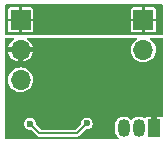
<source format=gbr>
%TF.GenerationSoftware,KiCad,Pcbnew,8.0.8*%
%TF.CreationDate,2025-02-15T21:23:54+01:00*%
%TF.ProjectId,universal_fan_ctrl,756e6976-6572-4736-916c-5f66616e5f63,rev?*%
%TF.SameCoordinates,Original*%
%TF.FileFunction,Copper,L2,Bot*%
%TF.FilePolarity,Positive*%
%FSLAX46Y46*%
G04 Gerber Fmt 4.6, Leading zero omitted, Abs format (unit mm)*
G04 Created by KiCad (PCBNEW 8.0.8) date 2025-02-15 21:23:54*
%MOMM*%
%LPD*%
G01*
G04 APERTURE LIST*
%TA.AperFunction,ComponentPad*%
%ADD10R,1.700000X1.700000*%
%TD*%
%TA.AperFunction,ComponentPad*%
%ADD11O,1.700000X1.700000*%
%TD*%
%TA.AperFunction,ComponentPad*%
%ADD12R,1.050000X1.500000*%
%TD*%
%TA.AperFunction,ComponentPad*%
%ADD13O,1.050000X1.500000*%
%TD*%
%TA.AperFunction,ViaPad*%
%ADD14C,0.600000*%
%TD*%
%TA.AperFunction,Conductor*%
%ADD15C,0.200000*%
%TD*%
%TA.AperFunction,Conductor*%
%ADD16C,0.500000*%
%TD*%
G04 APERTURE END LIST*
D10*
%TO.P,J1,1,Pin_1*%
%TO.N,Net-(D2-K)*%
X141400000Y-66400000D03*
D11*
%TO.P,J1,2,Pin_2*%
%TO.N,GND*%
X141400000Y-68940000D03*
%TO.P,J1,3,Pin_3*%
%TO.N,/UPDI{slash}~{RESET}*%
X141400000Y-71479999D03*
%TD*%
D12*
%TO.P,U3,1,GND*%
%TO.N,GND*%
X152670001Y-75540001D03*
D13*
%TO.P,U3,2,DQ*%
%TO.N,/TEMP_SENS*%
X151400000Y-75540001D03*
%TO.P,U3,3,V_{DD}*%
%TO.N,+3.3V*%
X150130001Y-75540001D03*
%TD*%
D10*
%TO.P,J2,1,Pin_1*%
%TO.N,Net-(D2-K)*%
X151800000Y-66400000D03*
D11*
%TO.P,J2,2,Pin_2*%
%TO.N,Net-(D2-A)*%
X151800000Y-68940000D03*
%TD*%
D14*
%TO.N,GND*%
X145500000Y-75100000D03*
%TO.N,+3.3V*%
X142200000Y-75200000D03*
X147000000Y-75175000D03*
%TO.N,GND*%
X142600000Y-72800000D03*
%TD*%
D15*
%TO.N,+3.3V*%
X142200000Y-75200000D02*
X143000000Y-76000000D01*
X143000000Y-76000000D02*
X146175000Y-76000000D01*
X146175000Y-76000000D02*
X147000000Y-75175000D01*
D16*
%TO.N,GND*%
X152670001Y-75540001D02*
X152670001Y-74070001D01*
D15*
%TO.N,+3.3V*%
X149790000Y-75200000D02*
X150130001Y-75540001D01*
%TD*%
%TA.AperFunction,Conductor*%
%TO.N,GND*%
G36*
X140786921Y-67924407D02*
G01*
X140822885Y-67973907D01*
X140822885Y-68035093D01*
X140791535Y-68081028D01*
X140653949Y-68193940D01*
X140653940Y-68193949D01*
X140522731Y-68353829D01*
X140522724Y-68353839D01*
X140425234Y-68536232D01*
X140425232Y-68536237D01*
X140365194Y-68734155D01*
X140365192Y-68734165D01*
X140364617Y-68740000D01*
X140938120Y-68740000D01*
X140934075Y-68747007D01*
X140900000Y-68874174D01*
X140900000Y-69005826D01*
X140934075Y-69132993D01*
X140938120Y-69140000D01*
X140364617Y-69140000D01*
X140365192Y-69145834D01*
X140365194Y-69145844D01*
X140425232Y-69343762D01*
X140425234Y-69343767D01*
X140522724Y-69526160D01*
X140522731Y-69526170D01*
X140653940Y-69686050D01*
X140653949Y-69686059D01*
X140813829Y-69817268D01*
X140813839Y-69817275D01*
X140996232Y-69914765D01*
X140996237Y-69914767D01*
X141194158Y-69974806D01*
X141194160Y-69974807D01*
X141200000Y-69975381D01*
X141200000Y-69401879D01*
X141207007Y-69405925D01*
X141334174Y-69440000D01*
X141465826Y-69440000D01*
X141592993Y-69405925D01*
X141600000Y-69401879D01*
X141600000Y-69975381D01*
X141605839Y-69974807D01*
X141605841Y-69974806D01*
X141803762Y-69914767D01*
X141803767Y-69914765D01*
X141986160Y-69817275D01*
X141986170Y-69817268D01*
X142146050Y-69686059D01*
X142146059Y-69686050D01*
X142277268Y-69526170D01*
X142277275Y-69526160D01*
X142374765Y-69343767D01*
X142374767Y-69343762D01*
X142434805Y-69145844D01*
X142434807Y-69145834D01*
X142435383Y-69140000D01*
X141861880Y-69140000D01*
X141865925Y-69132993D01*
X141900000Y-69005826D01*
X141900000Y-68874174D01*
X141865925Y-68747007D01*
X141861880Y-68740000D01*
X142435382Y-68740000D01*
X142434807Y-68734165D01*
X142434805Y-68734155D01*
X142374767Y-68536237D01*
X142374765Y-68536232D01*
X142277275Y-68353839D01*
X142277268Y-68353829D01*
X142146059Y-68193949D01*
X142146050Y-68193940D01*
X142008465Y-68081028D01*
X141975478Y-68029497D01*
X141979080Y-67968418D01*
X142017895Y-67921121D01*
X142071270Y-67905500D01*
X151127943Y-67905500D01*
X151186134Y-67924407D01*
X151222098Y-67973907D01*
X151222098Y-68035093D01*
X151190748Y-68081028D01*
X151053595Y-68193585D01*
X151053585Y-68193595D01*
X150922316Y-68353547D01*
X150824768Y-68536045D01*
X150764699Y-68734065D01*
X150764698Y-68734070D01*
X150744417Y-68939996D01*
X150744417Y-68940003D01*
X150764698Y-69145929D01*
X150764699Y-69145934D01*
X150824768Y-69343954D01*
X150922316Y-69526452D01*
X151053302Y-69686059D01*
X151053590Y-69686410D01*
X151053595Y-69686414D01*
X151213547Y-69817683D01*
X151213548Y-69817683D01*
X151213550Y-69817685D01*
X151396046Y-69915232D01*
X151533997Y-69957078D01*
X151594065Y-69975300D01*
X151594070Y-69975301D01*
X151799997Y-69995583D01*
X151800000Y-69995583D01*
X151800003Y-69995583D01*
X152005929Y-69975301D01*
X152005934Y-69975300D01*
X152007559Y-69974807D01*
X152203954Y-69915232D01*
X152386450Y-69817685D01*
X152546410Y-69686410D01*
X152677685Y-69526450D01*
X152775232Y-69343954D01*
X152835300Y-69145934D01*
X152835301Y-69145929D01*
X152855583Y-68940003D01*
X152855583Y-68939996D01*
X152835301Y-68734070D01*
X152835300Y-68734065D01*
X152776401Y-68539901D01*
X152775232Y-68536046D01*
X152677685Y-68353550D01*
X152546410Y-68193590D01*
X152409252Y-68081028D01*
X152376265Y-68029497D01*
X152379867Y-67968418D01*
X152418682Y-67921121D01*
X152472057Y-67905500D01*
X153400500Y-67905500D01*
X153458691Y-67924407D01*
X153494655Y-67973907D01*
X153499500Y-68004500D01*
X153499500Y-74567706D01*
X153480593Y-74625897D01*
X153431093Y-74661861D01*
X153369907Y-74661861D01*
X153345499Y-74650022D01*
X153273036Y-74601604D01*
X153273037Y-74601604D01*
X153214701Y-74590001D01*
X152870002Y-74590001D01*
X152870001Y-74590002D01*
X152870001Y-75222458D01*
X152814746Y-75190557D01*
X152719371Y-75165001D01*
X152620631Y-75165001D01*
X152525256Y-75190557D01*
X152470001Y-75222458D01*
X152470001Y-74590002D01*
X152470000Y-74590001D01*
X152125300Y-74590001D01*
X152066964Y-74601604D01*
X152000811Y-74645807D01*
X152000806Y-74645812D01*
X151964304Y-74700441D01*
X151916253Y-74738320D01*
X151855115Y-74740722D01*
X151826987Y-74727754D01*
X151743660Y-74672075D01*
X151743648Y-74672069D01*
X151611620Y-74617382D01*
X151471457Y-74589501D01*
X151471455Y-74589501D01*
X151328545Y-74589501D01*
X151328542Y-74589501D01*
X151188380Y-74617382D01*
X151188378Y-74617382D01*
X151056351Y-74672069D01*
X151056340Y-74672075D01*
X150937521Y-74751469D01*
X150937511Y-74751477D01*
X150835003Y-74853985D01*
X150780487Y-74881762D01*
X150720055Y-74872190D01*
X150694996Y-74853985D01*
X150592483Y-74751472D01*
X150592480Y-74751469D01*
X150537969Y-74715046D01*
X150473660Y-74672075D01*
X150473649Y-74672069D01*
X150341621Y-74617382D01*
X150201458Y-74589501D01*
X150201456Y-74589501D01*
X150058546Y-74589501D01*
X150058543Y-74589501D01*
X149918381Y-74617382D01*
X149918379Y-74617382D01*
X149786352Y-74672069D01*
X149786341Y-74672075D01*
X149667522Y-74751469D01*
X149667518Y-74751472D01*
X149566472Y-74852518D01*
X149566469Y-74852522D01*
X149487075Y-74971341D01*
X149487069Y-74971352D01*
X149432382Y-75103379D01*
X149432382Y-75103381D01*
X149404501Y-75243543D01*
X149404501Y-75836458D01*
X149432382Y-75976620D01*
X149432382Y-75976622D01*
X149487069Y-76108649D01*
X149487075Y-76108660D01*
X149534840Y-76180144D01*
X149566469Y-76227480D01*
X149667522Y-76328533D01*
X149689451Y-76343186D01*
X149727330Y-76391235D01*
X149729732Y-76452373D01*
X149695739Y-76503246D01*
X149638336Y-76524424D01*
X149634449Y-76524500D01*
X140199500Y-76524500D01*
X140141309Y-76505593D01*
X140105345Y-76456093D01*
X140100500Y-76425500D01*
X140100500Y-75199997D01*
X141694353Y-75199997D01*
X141694353Y-75200002D01*
X141714834Y-75342456D01*
X141774622Y-75473371D01*
X141774623Y-75473373D01*
X141868872Y-75582143D01*
X141868873Y-75582144D01*
X141951041Y-75634950D01*
X141989947Y-75659953D01*
X142096403Y-75691211D01*
X142128035Y-75700499D01*
X142128036Y-75700499D01*
X142128039Y-75700500D01*
X142128041Y-75700500D01*
X142234521Y-75700500D01*
X142292712Y-75719407D01*
X142304525Y-75729496D01*
X142759540Y-76184511D01*
X142759539Y-76184511D01*
X142815489Y-76240460D01*
X142884007Y-76280019D01*
X142884011Y-76280021D01*
X142960435Y-76300499D01*
X142960437Y-76300500D01*
X142960438Y-76300500D01*
X146214563Y-76300500D01*
X146214563Y-76300499D01*
X146290989Y-76280021D01*
X146359511Y-76240460D01*
X146392161Y-76207810D01*
X146415461Y-76184511D01*
X146895474Y-75704497D01*
X146949991Y-75676719D01*
X146965478Y-75675500D01*
X147071959Y-75675500D01*
X147071961Y-75675500D01*
X147210053Y-75634953D01*
X147331128Y-75557143D01*
X147425377Y-75448373D01*
X147485165Y-75317457D01*
X147496312Y-75239926D01*
X147505647Y-75175002D01*
X147505647Y-75174997D01*
X147485165Y-75032543D01*
X147425377Y-74901627D01*
X147331128Y-74792857D01*
X147331127Y-74792856D01*
X147331126Y-74792855D01*
X147210057Y-74715049D01*
X147210054Y-74715047D01*
X147210053Y-74715047D01*
X147210050Y-74715046D01*
X147071964Y-74674500D01*
X147071961Y-74674500D01*
X146928039Y-74674500D01*
X146928035Y-74674500D01*
X146789949Y-74715046D01*
X146789942Y-74715049D01*
X146668873Y-74792855D01*
X146574622Y-74901628D01*
X146514834Y-75032543D01*
X146494353Y-75174996D01*
X146494353Y-75174997D01*
X146494353Y-75175000D01*
X146496590Y-75190557D01*
X146497442Y-75196483D01*
X146487007Y-75256772D01*
X146469453Y-75280574D01*
X146079526Y-75670503D01*
X146025009Y-75698281D01*
X146009522Y-75699500D01*
X143165479Y-75699500D01*
X143107288Y-75680593D01*
X143095475Y-75670504D01*
X142730546Y-75305575D01*
X142702769Y-75251058D01*
X142702558Y-75221482D01*
X142705647Y-75200000D01*
X142705141Y-75196483D01*
X142685165Y-75057543D01*
X142645802Y-74971352D01*
X142625377Y-74926627D01*
X142531128Y-74817857D01*
X142531127Y-74817856D01*
X142531126Y-74817855D01*
X142410057Y-74740049D01*
X142410054Y-74740047D01*
X142410053Y-74740047D01*
X142410050Y-74740046D01*
X142271964Y-74699500D01*
X142271961Y-74699500D01*
X142128039Y-74699500D01*
X142128035Y-74699500D01*
X141989949Y-74740046D01*
X141989942Y-74740049D01*
X141868873Y-74817855D01*
X141774622Y-74926628D01*
X141714834Y-75057543D01*
X141694353Y-75199997D01*
X140100500Y-75199997D01*
X140100500Y-71479995D01*
X140344417Y-71479995D01*
X140344417Y-71480002D01*
X140364698Y-71685928D01*
X140364699Y-71685933D01*
X140424768Y-71883953D01*
X140522316Y-72066451D01*
X140653585Y-72226403D01*
X140653590Y-72226409D01*
X140653595Y-72226413D01*
X140813547Y-72357682D01*
X140813548Y-72357682D01*
X140813550Y-72357684D01*
X140996046Y-72455231D01*
X141133997Y-72497077D01*
X141194065Y-72515299D01*
X141194070Y-72515300D01*
X141399997Y-72535582D01*
X141400000Y-72535582D01*
X141400003Y-72535582D01*
X141605929Y-72515300D01*
X141605934Y-72515299D01*
X141803954Y-72455231D01*
X141986450Y-72357684D01*
X142146410Y-72226409D01*
X142277685Y-72066449D01*
X142375232Y-71883953D01*
X142435300Y-71685933D01*
X142435301Y-71685928D01*
X142455583Y-71480002D01*
X142455583Y-71479995D01*
X142435301Y-71274069D01*
X142435300Y-71274064D01*
X142417078Y-71213996D01*
X142375232Y-71076045D01*
X142277685Y-70893549D01*
X142146410Y-70733589D01*
X142146404Y-70733584D01*
X141986452Y-70602315D01*
X141803954Y-70504767D01*
X141605934Y-70444698D01*
X141605929Y-70444697D01*
X141400003Y-70424416D01*
X141399997Y-70424416D01*
X141194070Y-70444697D01*
X141194065Y-70444698D01*
X140996045Y-70504767D01*
X140813547Y-70602315D01*
X140653595Y-70733584D01*
X140653585Y-70733594D01*
X140522316Y-70893546D01*
X140424768Y-71076044D01*
X140364699Y-71274064D01*
X140364698Y-71274069D01*
X140344417Y-71479995D01*
X140100500Y-71479995D01*
X140100500Y-68004500D01*
X140119407Y-67946309D01*
X140168907Y-67910345D01*
X140199500Y-67905500D01*
X140728730Y-67905500D01*
X140786921Y-67924407D01*
G37*
%TD.AperFunction*%
%TD*%
%TA.AperFunction,Conductor*%
%TO.N,Net-(D2-K)*%
G36*
X153458691Y-65119407D02*
G01*
X153494655Y-65168907D01*
X153499500Y-65199500D01*
X153499500Y-67601000D01*
X153480593Y-67659191D01*
X153431093Y-67695155D01*
X153400500Y-67700000D01*
X140199500Y-67700000D01*
X140141309Y-67681093D01*
X140105345Y-67631593D01*
X140100500Y-67601000D01*
X140100500Y-65530299D01*
X140350000Y-65530299D01*
X140350000Y-66299999D01*
X140350001Y-66300000D01*
X140909157Y-66300000D01*
X140900000Y-66334174D01*
X140900000Y-66465826D01*
X140909157Y-66500000D01*
X140350001Y-66500000D01*
X140350000Y-66500001D01*
X140350000Y-67269700D01*
X140361603Y-67328036D01*
X140405806Y-67394189D01*
X140405810Y-67394193D01*
X140471963Y-67438396D01*
X140530299Y-67449999D01*
X140530303Y-67450000D01*
X141299999Y-67450000D01*
X141300000Y-67449999D01*
X141300000Y-66890842D01*
X141334174Y-66900000D01*
X141465826Y-66900000D01*
X141500000Y-66890842D01*
X141500000Y-67449999D01*
X141500001Y-67450000D01*
X142269697Y-67450000D01*
X142269700Y-67449999D01*
X142328036Y-67438396D01*
X142394189Y-67394193D01*
X142394193Y-67394189D01*
X142438396Y-67328036D01*
X142449999Y-67269700D01*
X142450000Y-67269697D01*
X142450000Y-66500001D01*
X142449999Y-66500000D01*
X141890843Y-66500000D01*
X141900000Y-66465826D01*
X141900000Y-66334174D01*
X141890843Y-66300000D01*
X142449999Y-66300000D01*
X142450000Y-66299999D01*
X142450000Y-65530302D01*
X142449999Y-65530299D01*
X150750000Y-65530299D01*
X150750000Y-66299999D01*
X150750001Y-66300000D01*
X151309157Y-66300000D01*
X151300000Y-66334174D01*
X151300000Y-66465826D01*
X151309157Y-66500000D01*
X150750001Y-66500000D01*
X150750000Y-66500001D01*
X150750000Y-67269700D01*
X150761603Y-67328036D01*
X150805806Y-67394189D01*
X150805810Y-67394193D01*
X150871963Y-67438396D01*
X150930299Y-67449999D01*
X150930303Y-67450000D01*
X151699999Y-67450000D01*
X151700000Y-67449999D01*
X151700000Y-66890842D01*
X151734174Y-66900000D01*
X151865826Y-66900000D01*
X151900000Y-66890842D01*
X151900000Y-67449999D01*
X151900001Y-67450000D01*
X152669697Y-67450000D01*
X152669700Y-67449999D01*
X152728036Y-67438396D01*
X152794189Y-67394193D01*
X152794193Y-67394189D01*
X152838396Y-67328036D01*
X152849999Y-67269700D01*
X152850000Y-67269697D01*
X152850000Y-66500001D01*
X152849999Y-66500000D01*
X152290843Y-66500000D01*
X152300000Y-66465826D01*
X152300000Y-66334174D01*
X152290843Y-66300000D01*
X152849999Y-66300000D01*
X152850000Y-66299999D01*
X152850000Y-65530302D01*
X152849999Y-65530299D01*
X152838396Y-65471963D01*
X152794193Y-65405810D01*
X152794189Y-65405806D01*
X152728036Y-65361603D01*
X152669700Y-65350000D01*
X151900001Y-65350000D01*
X151900000Y-65350001D01*
X151900000Y-65909157D01*
X151865826Y-65900000D01*
X151734174Y-65900000D01*
X151700000Y-65909157D01*
X151700000Y-65350001D01*
X151699999Y-65350000D01*
X150930299Y-65350000D01*
X150871963Y-65361603D01*
X150805810Y-65405806D01*
X150805806Y-65405810D01*
X150761603Y-65471963D01*
X150750000Y-65530299D01*
X142449999Y-65530299D01*
X142438396Y-65471963D01*
X142394193Y-65405810D01*
X142394189Y-65405806D01*
X142328036Y-65361603D01*
X142269700Y-65350000D01*
X141500001Y-65350000D01*
X141500000Y-65350001D01*
X141500000Y-65909157D01*
X141465826Y-65900000D01*
X141334174Y-65900000D01*
X141300000Y-65909157D01*
X141300000Y-65350001D01*
X141299999Y-65350000D01*
X140530299Y-65350000D01*
X140471963Y-65361603D01*
X140405810Y-65405806D01*
X140405806Y-65405810D01*
X140361603Y-65471963D01*
X140350000Y-65530299D01*
X140100500Y-65530299D01*
X140100500Y-65199500D01*
X140119407Y-65141309D01*
X140168907Y-65105345D01*
X140199500Y-65100500D01*
X153400500Y-65100500D01*
X153458691Y-65119407D01*
G37*
%TD.AperFunction*%
%TD*%
M02*

</source>
